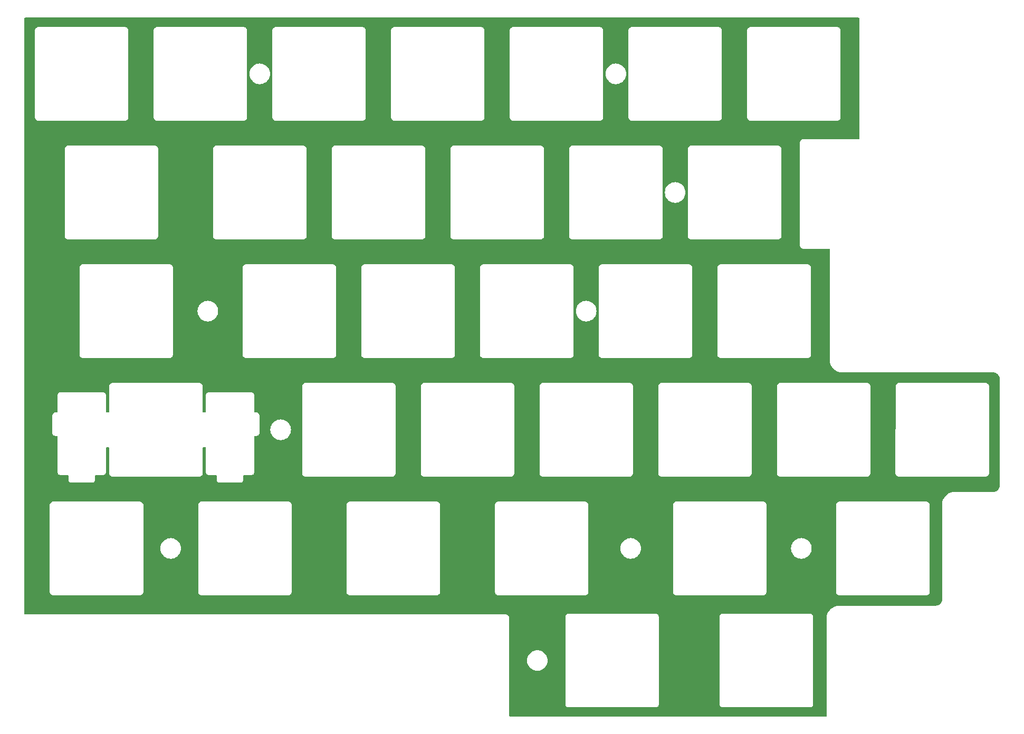
<source format=gbr>
%TF.GenerationSoftware,KiCad,Pcbnew,8.0.7*%
%TF.CreationDate,2025-05-09T14:20:51+02:00*%
%TF.ProjectId,plate6_sx,706c6174-6536-45f7-9378-2e6b69636164,rev?*%
%TF.SameCoordinates,Original*%
%TF.FileFunction,Copper,L2,Bot*%
%TF.FilePolarity,Positive*%
%FSLAX46Y46*%
G04 Gerber Fmt 4.6, Leading zero omitted, Abs format (unit mm)*
G04 Created by KiCad (PCBNEW 8.0.7) date 2025-05-09 14:20:51*
%MOMM*%
%LPD*%
G01*
G04 APERTURE LIST*
G04 APERTURE END LIST*
%TA.AperFunction,NonConductor*%
G36*
X173401889Y-31100185D02*
G01*
X173447644Y-31152989D01*
X173458850Y-31204500D01*
X173458850Y-50480700D01*
X173439165Y-50547739D01*
X173386361Y-50593494D01*
X173334850Y-50604700D01*
X164368458Y-50604700D01*
X164241162Y-50638808D01*
X164127036Y-50704700D01*
X164127033Y-50704702D01*
X164033852Y-50797883D01*
X164033850Y-50797886D01*
X163967958Y-50912012D01*
X163933850Y-51039308D01*
X163933850Y-67745791D01*
X163967958Y-67873087D01*
X164000904Y-67930150D01*
X164033850Y-67987214D01*
X164127036Y-68080400D01*
X164241164Y-68146292D01*
X164368458Y-68180400D01*
X168572850Y-68180400D01*
X168639889Y-68200085D01*
X168685644Y-68252889D01*
X168696850Y-68304400D01*
X168696850Y-86129563D01*
X168696900Y-86130323D01*
X168696900Y-86187010D01*
X168696901Y-86187027D01*
X168731128Y-86447011D01*
X168798997Y-86700305D01*
X168799002Y-86700321D01*
X168899342Y-86942566D01*
X168899345Y-86942573D01*
X168899348Y-86942579D01*
X169030462Y-87169681D01*
X169190097Y-87377727D01*
X169190101Y-87377731D01*
X169375514Y-87563152D01*
X169375524Y-87563162D01*
X169583546Y-87722788D01*
X169583552Y-87722792D01*
X169583561Y-87722799D01*
X169810659Y-87853922D01*
X170052929Y-87954280D01*
X170306225Y-88022159D01*
X170566214Y-88056395D01*
X170622392Y-88056396D01*
X170622430Y-88056400D01*
X170631456Y-88056400D01*
X170697330Y-88056400D01*
X170697331Y-88056400D01*
X170763223Y-88056402D01*
X170763226Y-88056400D01*
X170771846Y-88056401D01*
X170771875Y-88056400D01*
X194963414Y-88056400D01*
X194974224Y-88056871D01*
X195131583Y-88070644D01*
X195152867Y-88074398D01*
X195300194Y-88113878D01*
X195320505Y-88121271D01*
X195458734Y-88185732D01*
X195477452Y-88196539D01*
X195602392Y-88284026D01*
X195618950Y-88297920D01*
X195726801Y-88405775D01*
X195740694Y-88422333D01*
X195828175Y-88547272D01*
X195838982Y-88565991D01*
X195903440Y-88704226D01*
X195910832Y-88724536D01*
X195950308Y-88871864D01*
X195954061Y-88893150D01*
X195967876Y-89051059D01*
X195968348Y-89061866D01*
X195968348Y-106246615D01*
X195967876Y-106257427D01*
X195954103Y-106414790D01*
X195950349Y-106436074D01*
X195910868Y-106583406D01*
X195903475Y-106603716D01*
X195839014Y-106741948D01*
X195828207Y-106760666D01*
X195740715Y-106885615D01*
X195726822Y-106902172D01*
X195618971Y-107010023D01*
X195602414Y-107023916D01*
X195477465Y-107111408D01*
X195458747Y-107122215D01*
X195320515Y-107186676D01*
X195300205Y-107194069D01*
X195152874Y-107233549D01*
X195131590Y-107237303D01*
X194990740Y-107249630D01*
X194974201Y-107251078D01*
X194963391Y-107251550D01*
X188821075Y-107251550D01*
X188821046Y-107251548D01*
X188812423Y-107251548D01*
X188746538Y-107251549D01*
X188746530Y-107251550D01*
X188673075Y-107251550D01*
X188673037Y-107251552D01*
X188615414Y-107251553D01*
X188355424Y-107285789D01*
X188355416Y-107285791D01*
X188102127Y-107353666D01*
X188102111Y-107353672D01*
X187859861Y-107454020D01*
X187859844Y-107454028D01*
X187632767Y-107585135D01*
X187632750Y-107585146D01*
X187424714Y-107744780D01*
X187424704Y-107744789D01*
X187239289Y-107930203D01*
X187239282Y-107930211D01*
X187079650Y-108138244D01*
X187079635Y-108138267D01*
X186948527Y-108365346D01*
X186948519Y-108365363D01*
X186848167Y-108607624D01*
X186780290Y-108860919D01*
X186780288Y-108860929D01*
X186746053Y-109120916D01*
X186746052Y-109178539D01*
X186746050Y-109178577D01*
X186746050Y-109252032D01*
X186746048Y-109326548D01*
X186746050Y-109326577D01*
X186746050Y-124499798D01*
X186745578Y-124510607D01*
X186731807Y-124667979D01*
X186728053Y-124689265D01*
X186688572Y-124836601D01*
X186681179Y-124856912D01*
X186616714Y-124995153D01*
X186605907Y-125013872D01*
X186518412Y-125138823D01*
X186504518Y-125155380D01*
X186396655Y-125263240D01*
X186380096Y-125277134D01*
X186255143Y-125364623D01*
X186236424Y-125375430D01*
X186098179Y-125439891D01*
X186077869Y-125447283D01*
X185930530Y-125486760D01*
X185909242Y-125490513D01*
X185751297Y-125504327D01*
X185740491Y-125504799D01*
X185688572Y-125504798D01*
X185680587Y-125504798D01*
X185680586Y-125504798D01*
X185671963Y-125504798D01*
X185671935Y-125504800D01*
X170149987Y-125504800D01*
X170149252Y-125504846D01*
X170092331Y-125504846D01*
X170092330Y-125504846D01*
X170092326Y-125504846D01*
X169969650Y-125520994D01*
X169832322Y-125539070D01*
X169579000Y-125606941D01*
X169578992Y-125606944D01*
X169336723Y-125707289D01*
X169336707Y-125707297D01*
X169109610Y-125838406D01*
X169109601Y-125838412D01*
X168901542Y-125998055D01*
X168901540Y-125998057D01*
X168716099Y-126183492D01*
X168556449Y-126391546D01*
X168425322Y-126618659D01*
X168425319Y-126618664D01*
X168425317Y-126618670D01*
X168324962Y-126860939D01*
X168324959Y-126860948D01*
X168257083Y-127114253D01*
X168222850Y-127374255D01*
X168222850Y-127505389D01*
X168222849Y-127581266D01*
X168222850Y-127581279D01*
X168222850Y-143180450D01*
X168203165Y-143247489D01*
X168150361Y-143293244D01*
X168098850Y-143304450D01*
X117409850Y-143304450D01*
X117342811Y-143284765D01*
X117297056Y-143231961D01*
X117285850Y-143180450D01*
X117285850Y-134305561D01*
X120129746Y-134305561D01*
X120150128Y-134564551D01*
X120210777Y-134817171D01*
X120310193Y-135057184D01*
X120310195Y-135057188D01*
X120310196Y-135057189D01*
X120445938Y-135278701D01*
X120614661Y-135476250D01*
X120812210Y-135644973D01*
X121033722Y-135780715D01*
X121033724Y-135780715D01*
X121033726Y-135780717D01*
X121095043Y-135806115D01*
X121273740Y-135880134D01*
X121526356Y-135940782D01*
X121785350Y-135961165D01*
X122044344Y-135940782D01*
X122296960Y-135880134D01*
X122536978Y-135780715D01*
X122758490Y-135644973D01*
X122956039Y-135476250D01*
X123124762Y-135278701D01*
X123260504Y-135057189D01*
X123359923Y-134817171D01*
X123420571Y-134564555D01*
X123440954Y-134305561D01*
X123420571Y-134046567D01*
X123359923Y-133793951D01*
X123260504Y-133553933D01*
X123124762Y-133332421D01*
X122956039Y-133134872D01*
X122758490Y-132966149D01*
X122536978Y-132830407D01*
X122536977Y-132830406D01*
X122536973Y-132830404D01*
X122370977Y-132761647D01*
X122296960Y-132730988D01*
X122296961Y-132730988D01*
X122159271Y-132697931D01*
X122044344Y-132670340D01*
X122044342Y-132670339D01*
X122044341Y-132670339D01*
X121785350Y-132649957D01*
X121526359Y-132670339D01*
X121273739Y-132730988D01*
X121033726Y-132830404D01*
X120812209Y-132966149D01*
X120614661Y-133134872D01*
X120445938Y-133332420D01*
X120310193Y-133553937D01*
X120210777Y-133793950D01*
X120150128Y-134046570D01*
X120129746Y-134305561D01*
X117285850Y-134305561D01*
X117285850Y-127362605D01*
X117285850Y-127362603D01*
X117252910Y-127239669D01*
X126284850Y-127239669D01*
X126284850Y-141371452D01*
X126318958Y-141498748D01*
X126351904Y-141555811D01*
X126384850Y-141612875D01*
X126478036Y-141706061D01*
X126592164Y-141771953D01*
X126719458Y-141806061D01*
X126719460Y-141806061D01*
X140851240Y-141806061D01*
X140851242Y-141806061D01*
X140978536Y-141771953D01*
X141092664Y-141706061D01*
X141185850Y-141612875D01*
X141251742Y-141498747D01*
X141285850Y-141371453D01*
X141285850Y-127239669D01*
X151034850Y-127239669D01*
X151034850Y-141371452D01*
X151068958Y-141498748D01*
X151101904Y-141555811D01*
X151134850Y-141612875D01*
X151228036Y-141706061D01*
X151342164Y-141771953D01*
X151469458Y-141806061D01*
X151469460Y-141806061D01*
X165601240Y-141806061D01*
X165601242Y-141806061D01*
X165728536Y-141771953D01*
X165842664Y-141706061D01*
X165935850Y-141612875D01*
X166001742Y-141498747D01*
X166035850Y-141371453D01*
X166035850Y-127239669D01*
X166001742Y-127112375D01*
X165935850Y-126998247D01*
X165842664Y-126905061D01*
X165769622Y-126862890D01*
X165728537Y-126839169D01*
X165664889Y-126822115D01*
X165601242Y-126805061D01*
X151601242Y-126805061D01*
X151469458Y-126805061D01*
X151342162Y-126839169D01*
X151228036Y-126905061D01*
X151228033Y-126905063D01*
X151134852Y-126998244D01*
X151134850Y-126998247D01*
X151068958Y-127112373D01*
X151034850Y-127239669D01*
X141285850Y-127239669D01*
X141251742Y-127112375D01*
X141185850Y-126998247D01*
X141092664Y-126905061D01*
X141019622Y-126862890D01*
X140978537Y-126839169D01*
X140914889Y-126822115D01*
X140851242Y-126805061D01*
X126851242Y-126805061D01*
X126719458Y-126805061D01*
X126592162Y-126839169D01*
X126478036Y-126905061D01*
X126478033Y-126905063D01*
X126384852Y-126998244D01*
X126384850Y-126998247D01*
X126318958Y-127112373D01*
X126284850Y-127239669D01*
X117252910Y-127239669D01*
X117251742Y-127235309D01*
X117185850Y-127121181D01*
X117092664Y-127027995D01*
X117035600Y-126995049D01*
X116978537Y-126962103D01*
X116914889Y-126945049D01*
X116851242Y-126927995D01*
X116851241Y-126927995D01*
X39584500Y-126927995D01*
X39517461Y-126908310D01*
X39471706Y-126855506D01*
X39460500Y-126803995D01*
X39460500Y-109239660D01*
X43539699Y-109239660D01*
X43539699Y-123239660D01*
X43539699Y-123371444D01*
X43556753Y-123435091D01*
X43573807Y-123498739D01*
X43606753Y-123555802D01*
X43639699Y-123612866D01*
X43732885Y-123706052D01*
X43847013Y-123771944D01*
X43974307Y-123806052D01*
X43974309Y-123806052D01*
X58106089Y-123806052D01*
X58106091Y-123806052D01*
X58233385Y-123771944D01*
X58347513Y-123706052D01*
X58440699Y-123612866D01*
X58506591Y-123498738D01*
X58540699Y-123371444D01*
X58540699Y-116305552D01*
X61290680Y-116305552D01*
X61311062Y-116564542D01*
X61371711Y-116817162D01*
X61471127Y-117057175D01*
X61471129Y-117057179D01*
X61471130Y-117057180D01*
X61606872Y-117278692D01*
X61775595Y-117476241D01*
X61973144Y-117644964D01*
X62194656Y-117780706D01*
X62194658Y-117780706D01*
X62194660Y-117780708D01*
X62255977Y-117806106D01*
X62434674Y-117880125D01*
X62687290Y-117940773D01*
X62946284Y-117961156D01*
X63205278Y-117940773D01*
X63457894Y-117880125D01*
X63697912Y-117780706D01*
X63919424Y-117644964D01*
X64116973Y-117476241D01*
X64285696Y-117278692D01*
X64421438Y-117057180D01*
X64520857Y-116817162D01*
X64581505Y-116564546D01*
X64601888Y-116305552D01*
X64581505Y-116046558D01*
X64520857Y-115793942D01*
X64458163Y-115642587D01*
X64421440Y-115553928D01*
X64285701Y-115332421D01*
X64285696Y-115332412D01*
X64116973Y-115134863D01*
X63919424Y-114966140D01*
X63697912Y-114830398D01*
X63697911Y-114830397D01*
X63697907Y-114830395D01*
X63531911Y-114761638D01*
X63457894Y-114730979D01*
X63457895Y-114730979D01*
X63205315Y-114670340D01*
X63205278Y-114670331D01*
X63205276Y-114670330D01*
X63205275Y-114670330D01*
X62946284Y-114649948D01*
X62687293Y-114670330D01*
X62434673Y-114730979D01*
X62194660Y-114830395D01*
X61973143Y-114966140D01*
X61775595Y-115134863D01*
X61606872Y-115332411D01*
X61471127Y-115553928D01*
X61371711Y-115793941D01*
X61311062Y-116046561D01*
X61290680Y-116305552D01*
X58540699Y-116305552D01*
X58540699Y-109239660D01*
X67351869Y-109239660D01*
X67351869Y-123239660D01*
X67351869Y-123371444D01*
X67368923Y-123435091D01*
X67385977Y-123498739D01*
X67418923Y-123555802D01*
X67451869Y-123612866D01*
X67545055Y-123706052D01*
X67659183Y-123771944D01*
X67786477Y-123806052D01*
X67786479Y-123806052D01*
X81918259Y-123806052D01*
X81918261Y-123806052D01*
X82045555Y-123771944D01*
X82159683Y-123706052D01*
X82252869Y-123612866D01*
X82318761Y-123498738D01*
X82352869Y-123371444D01*
X82352869Y-109239660D01*
X91165942Y-109239660D01*
X91165942Y-123239660D01*
X91165942Y-123371444D01*
X91182996Y-123435091D01*
X91200050Y-123498739D01*
X91232996Y-123555802D01*
X91265942Y-123612866D01*
X91359128Y-123706052D01*
X91473256Y-123771944D01*
X91600550Y-123806052D01*
X105575885Y-123806059D01*
X105575889Y-123806061D01*
X105600550Y-123806061D01*
X105732332Y-123806061D01*
X105732334Y-123806061D01*
X105859628Y-123771953D01*
X105973756Y-123706061D01*
X106066942Y-123612875D01*
X106132834Y-123498747D01*
X106166942Y-123371453D01*
X106166942Y-123239669D01*
X106166942Y-109239669D01*
X114976950Y-109239669D01*
X114976950Y-123371452D01*
X115011058Y-123498748D01*
X115044004Y-123555811D01*
X115076950Y-123612875D01*
X115170136Y-123706061D01*
X115268971Y-123763124D01*
X115284246Y-123771943D01*
X115284264Y-123771953D01*
X115411558Y-123806061D01*
X115411560Y-123806061D01*
X129543340Y-123806061D01*
X129543342Y-123806061D01*
X129670636Y-123771953D01*
X129784764Y-123706061D01*
X129877950Y-123612875D01*
X129943842Y-123498747D01*
X129977950Y-123371453D01*
X129977950Y-116305561D01*
X135109396Y-116305561D01*
X135129778Y-116564551D01*
X135190427Y-116817171D01*
X135289843Y-117057184D01*
X135289845Y-117057188D01*
X135289846Y-117057189D01*
X135425588Y-117278701D01*
X135594311Y-117476250D01*
X135791860Y-117644973D01*
X136013372Y-117780715D01*
X136013374Y-117780715D01*
X136013376Y-117780717D01*
X136074693Y-117806115D01*
X136253390Y-117880134D01*
X136506006Y-117940782D01*
X136765000Y-117961165D01*
X137023994Y-117940782D01*
X137276610Y-117880134D01*
X137516628Y-117780715D01*
X137738140Y-117644973D01*
X137935689Y-117476250D01*
X138104412Y-117278701D01*
X138240154Y-117057189D01*
X138339573Y-116817171D01*
X138400221Y-116564555D01*
X138420604Y-116305561D01*
X138400221Y-116046567D01*
X138339573Y-115793951D01*
X138240154Y-115553933D01*
X138104412Y-115332421D01*
X137935689Y-115134872D01*
X137738140Y-114966149D01*
X137516628Y-114830407D01*
X137516627Y-114830406D01*
X137516623Y-114830404D01*
X137350627Y-114761647D01*
X137276610Y-114730988D01*
X137276611Y-114730988D01*
X137138921Y-114697931D01*
X137023994Y-114670340D01*
X137023992Y-114670339D01*
X137023991Y-114670339D01*
X136765000Y-114649957D01*
X136506009Y-114670339D01*
X136253389Y-114730988D01*
X136013376Y-114830404D01*
X135791859Y-114966149D01*
X135594311Y-115134872D01*
X135425588Y-115332420D01*
X135289843Y-115553937D01*
X135190427Y-115793950D01*
X135129778Y-116046570D01*
X135109396Y-116305561D01*
X129977950Y-116305561D01*
X129977950Y-109239669D01*
X143552050Y-109239669D01*
X143552050Y-123371452D01*
X143586158Y-123498748D01*
X143619104Y-123555811D01*
X143652050Y-123612875D01*
X143745236Y-123706061D01*
X143844071Y-123763124D01*
X143859346Y-123771943D01*
X143859364Y-123771953D01*
X143986658Y-123806061D01*
X143986660Y-123806061D01*
X158118440Y-123806061D01*
X158118442Y-123806061D01*
X158245736Y-123771953D01*
X158359864Y-123706061D01*
X158453050Y-123612875D01*
X158518942Y-123498747D01*
X158553050Y-123371453D01*
X158553050Y-116305561D01*
X162493946Y-116305561D01*
X162514328Y-116564551D01*
X162574977Y-116817171D01*
X162674393Y-117057184D01*
X162674395Y-117057188D01*
X162674396Y-117057189D01*
X162810138Y-117278701D01*
X162978861Y-117476250D01*
X163176410Y-117644973D01*
X163397922Y-117780715D01*
X163397924Y-117780715D01*
X163397926Y-117780717D01*
X163459243Y-117806115D01*
X163637940Y-117880134D01*
X163890556Y-117940782D01*
X164149550Y-117961165D01*
X164408544Y-117940782D01*
X164661160Y-117880134D01*
X164901178Y-117780715D01*
X165122690Y-117644973D01*
X165320239Y-117476250D01*
X165488962Y-117278701D01*
X165624704Y-117057189D01*
X165724123Y-116817171D01*
X165784771Y-116564555D01*
X165805154Y-116305561D01*
X165784771Y-116046567D01*
X165724123Y-115793951D01*
X165624704Y-115553933D01*
X165488962Y-115332421D01*
X165320239Y-115134872D01*
X165122690Y-114966149D01*
X164901178Y-114830407D01*
X164901177Y-114830406D01*
X164901173Y-114830404D01*
X164735177Y-114761647D01*
X164661160Y-114730988D01*
X164661161Y-114730988D01*
X164523471Y-114697931D01*
X164408544Y-114670340D01*
X164408542Y-114670339D01*
X164408541Y-114670339D01*
X164149550Y-114649957D01*
X163890559Y-114670339D01*
X163637939Y-114730988D01*
X163397926Y-114830404D01*
X163176409Y-114966149D01*
X162978861Y-115134872D01*
X162810138Y-115332420D01*
X162674393Y-115553937D01*
X162574977Y-115793950D01*
X162514328Y-116046570D01*
X162493946Y-116305561D01*
X158553050Y-116305561D01*
X158553050Y-109239669D01*
X169746050Y-109239669D01*
X169746050Y-123371452D01*
X169780158Y-123498748D01*
X169813104Y-123555811D01*
X169846050Y-123612875D01*
X169939236Y-123706061D01*
X170038071Y-123763124D01*
X170053346Y-123771943D01*
X170053364Y-123771953D01*
X170180658Y-123806061D01*
X170180660Y-123806061D01*
X184312440Y-123806061D01*
X184312442Y-123806061D01*
X184439736Y-123771953D01*
X184553864Y-123706061D01*
X184647050Y-123612875D01*
X184712942Y-123498747D01*
X184747050Y-123371453D01*
X184747050Y-109239669D01*
X184712942Y-109112375D01*
X184647050Y-108998247D01*
X184553864Y-108905061D01*
X184496800Y-108872115D01*
X184439737Y-108839169D01*
X184376089Y-108822115D01*
X184312442Y-108805061D01*
X170312442Y-108805061D01*
X170180658Y-108805061D01*
X170053362Y-108839169D01*
X169939236Y-108905061D01*
X169939233Y-108905063D01*
X169846052Y-108998244D01*
X169846050Y-108998247D01*
X169780158Y-109112373D01*
X169746050Y-109239669D01*
X158553050Y-109239669D01*
X158518942Y-109112375D01*
X158453050Y-108998247D01*
X158359864Y-108905061D01*
X158302800Y-108872115D01*
X158245737Y-108839169D01*
X158182089Y-108822115D01*
X158118442Y-108805061D01*
X144118442Y-108805061D01*
X143986658Y-108805061D01*
X143859362Y-108839169D01*
X143745236Y-108905061D01*
X143745233Y-108905063D01*
X143652052Y-108998244D01*
X143652050Y-108998247D01*
X143586158Y-109112373D01*
X143552050Y-109239669D01*
X129977950Y-109239669D01*
X129943842Y-109112375D01*
X129877950Y-108998247D01*
X129784764Y-108905061D01*
X129727700Y-108872115D01*
X129670637Y-108839169D01*
X129606989Y-108822115D01*
X129543342Y-108805061D01*
X115543342Y-108805061D01*
X115411558Y-108805061D01*
X115284262Y-108839169D01*
X115170136Y-108905061D01*
X115170133Y-108905063D01*
X115076952Y-108998244D01*
X115076950Y-108998247D01*
X115011058Y-109112373D01*
X114976950Y-109239669D01*
X106166942Y-109239669D01*
X106166942Y-109239660D01*
X106132834Y-109112366D01*
X106066942Y-108998238D01*
X105973756Y-108905052D01*
X105897316Y-108860919D01*
X105859629Y-108839160D01*
X105795981Y-108822106D01*
X105732334Y-108805052D01*
X91732334Y-108805052D01*
X91600550Y-108805052D01*
X91473254Y-108839160D01*
X91359128Y-108905052D01*
X91359125Y-108905054D01*
X91265944Y-108998235D01*
X91265942Y-108998238D01*
X91200050Y-109112364D01*
X91165942Y-109239660D01*
X82352869Y-109239660D01*
X82318761Y-109112366D01*
X82252869Y-108998238D01*
X82159683Y-108905052D01*
X82083243Y-108860919D01*
X82045556Y-108839160D01*
X81981908Y-108822106D01*
X81918261Y-108805052D01*
X67918261Y-108805052D01*
X67786477Y-108805052D01*
X67659181Y-108839160D01*
X67545055Y-108905052D01*
X67545052Y-108905054D01*
X67451871Y-108998235D01*
X67451869Y-108998238D01*
X67385977Y-109112364D01*
X67351869Y-109239660D01*
X58540699Y-109239660D01*
X58506591Y-109112366D01*
X58440699Y-108998238D01*
X58347513Y-108905052D01*
X58271073Y-108860919D01*
X58233386Y-108839160D01*
X58169738Y-108822106D01*
X58106091Y-108805052D01*
X44106091Y-108805052D01*
X43974307Y-108805052D01*
X43847011Y-108839160D01*
X43732885Y-108905052D01*
X43732882Y-108905054D01*
X43639701Y-108998235D01*
X43639699Y-108998238D01*
X43573807Y-109112364D01*
X43539699Y-109239660D01*
X39460500Y-109239660D01*
X39460500Y-94890508D01*
X43965180Y-94890508D01*
X43965180Y-97821191D01*
X43999288Y-97948487D01*
X44032234Y-98005550D01*
X44065180Y-98062614D01*
X44158366Y-98155800D01*
X44272494Y-98221692D01*
X44399788Y-98255800D01*
X44666650Y-98255800D01*
X44733689Y-98275485D01*
X44779444Y-98328289D01*
X44790650Y-98379800D01*
X44790650Y-104091091D01*
X44824758Y-104218387D01*
X44857704Y-104275450D01*
X44890650Y-104332514D01*
X44983836Y-104425700D01*
X45097964Y-104491592D01*
X45225258Y-104525700D01*
X46391940Y-104525700D01*
X46458979Y-104545385D01*
X46504734Y-104598189D01*
X46515940Y-104649700D01*
X46515940Y-105291291D01*
X46550048Y-105418587D01*
X46582994Y-105475650D01*
X46615940Y-105532714D01*
X46709126Y-105625900D01*
X46823254Y-105691792D01*
X46950548Y-105725900D01*
X46950550Y-105725900D01*
X50381340Y-105725900D01*
X50381342Y-105725900D01*
X50508636Y-105691792D01*
X50622764Y-105625900D01*
X50715950Y-105532714D01*
X50781842Y-105418586D01*
X50815950Y-105291292D01*
X50815950Y-104649700D01*
X50835635Y-104582661D01*
X50888439Y-104536906D01*
X50939950Y-104525700D01*
X52106640Y-104525700D01*
X52106642Y-104525700D01*
X52233936Y-104491592D01*
X52348064Y-104425700D01*
X52441250Y-104332514D01*
X52507142Y-104218386D01*
X52541250Y-104091092D01*
X52541250Y-100179300D01*
X52560935Y-100112261D01*
X52613739Y-100066506D01*
X52665250Y-100055300D01*
X52941750Y-100055300D01*
X53008789Y-100074985D01*
X53054544Y-100127789D01*
X53065750Y-100179300D01*
X53065750Y-104189308D01*
X53065750Y-104321092D01*
X53068811Y-104332516D01*
X53099858Y-104448387D01*
X53124802Y-104491591D01*
X53165750Y-104562514D01*
X53258936Y-104655700D01*
X53373064Y-104721592D01*
X53500358Y-104755700D01*
X53500360Y-104755700D01*
X67631640Y-104755700D01*
X67631642Y-104755700D01*
X67758936Y-104721592D01*
X67873064Y-104655700D01*
X67966250Y-104562514D01*
X68032142Y-104448386D01*
X68066250Y-104321092D01*
X68066250Y-100179300D01*
X68085935Y-100112261D01*
X68138739Y-100066506D01*
X68190250Y-100055300D01*
X68466750Y-100055300D01*
X68533789Y-100074985D01*
X68579544Y-100127789D01*
X68590750Y-100179300D01*
X68590750Y-104091091D01*
X68624858Y-104218387D01*
X68657804Y-104275450D01*
X68690750Y-104332514D01*
X68783936Y-104425700D01*
X68898064Y-104491592D01*
X69025358Y-104525700D01*
X70190650Y-104525700D01*
X70257689Y-104545385D01*
X70303444Y-104598189D01*
X70314650Y-104649700D01*
X70314650Y-105291291D01*
X70348758Y-105418587D01*
X70381704Y-105475650D01*
X70414650Y-105532714D01*
X70507836Y-105625900D01*
X70621964Y-105691792D01*
X70749258Y-105725900D01*
X70749260Y-105725900D01*
X74181440Y-105725900D01*
X74181442Y-105725900D01*
X74308736Y-105691792D01*
X74422864Y-105625900D01*
X74516050Y-105532714D01*
X74581942Y-105418586D01*
X74616050Y-105291292D01*
X74616050Y-104649700D01*
X74635735Y-104582661D01*
X74688539Y-104536906D01*
X74740050Y-104525700D01*
X75906640Y-104525700D01*
X75906642Y-104525700D01*
X76033936Y-104491592D01*
X76148064Y-104425700D01*
X76241250Y-104332514D01*
X76307142Y-104218386D01*
X76341250Y-104091092D01*
X76341250Y-98379800D01*
X76360935Y-98312761D01*
X76413739Y-98267006D01*
X76465250Y-98255800D01*
X76732140Y-98255800D01*
X76732142Y-98255800D01*
X76859436Y-98221692D01*
X76973564Y-98155800D01*
X77066750Y-98062614D01*
X77132642Y-97948486D01*
X77166750Y-97821192D01*
X77166750Y-97255550D01*
X78938796Y-97255550D01*
X78959178Y-97514540D01*
X79019827Y-97767160D01*
X79119243Y-98007173D01*
X79119245Y-98007177D01*
X79119246Y-98007178D01*
X79254988Y-98228690D01*
X79423711Y-98426239D01*
X79621260Y-98594962D01*
X79842772Y-98730704D01*
X79842774Y-98730704D01*
X79842776Y-98730706D01*
X79904093Y-98756104D01*
X80082790Y-98830123D01*
X80335406Y-98890771D01*
X80594400Y-98911154D01*
X80853394Y-98890771D01*
X81106010Y-98830123D01*
X81346028Y-98730704D01*
X81567540Y-98594962D01*
X81765089Y-98426239D01*
X81933812Y-98228690D01*
X82069554Y-98007178D01*
X82168973Y-97767160D01*
X82229621Y-97514544D01*
X82250004Y-97255550D01*
X82229621Y-96996556D01*
X82168973Y-96743940D01*
X82069554Y-96503922D01*
X81933812Y-96282410D01*
X81765089Y-96084861D01*
X81567540Y-95916138D01*
X81346028Y-95780396D01*
X81346027Y-95780395D01*
X81346023Y-95780393D01*
X81180027Y-95711636D01*
X81106010Y-95680977D01*
X81106011Y-95680977D01*
X80968321Y-95647920D01*
X80853394Y-95620329D01*
X80853392Y-95620328D01*
X80853391Y-95620328D01*
X80594400Y-95599946D01*
X80335409Y-95620328D01*
X80082789Y-95680977D01*
X79842776Y-95780393D01*
X79621259Y-95916138D01*
X79423711Y-96084861D01*
X79254988Y-96282409D01*
X79119243Y-96503926D01*
X79019827Y-96743939D01*
X78959178Y-96996559D01*
X78938796Y-97255550D01*
X77166750Y-97255550D01*
X77166750Y-94890508D01*
X77132642Y-94763214D01*
X77066750Y-94649086D01*
X76973564Y-94555900D01*
X76916500Y-94522954D01*
X76859437Y-94490008D01*
X76795789Y-94472954D01*
X76732142Y-94455900D01*
X76732141Y-94455900D01*
X76465250Y-94455900D01*
X76398211Y-94436215D01*
X76352456Y-94383411D01*
X76341250Y-94331900D01*
X76341250Y-91660410D01*
X76341250Y-91660408D01*
X76307142Y-91533114D01*
X76241250Y-91418986D01*
X76148064Y-91325800D01*
X76091000Y-91292854D01*
X76033937Y-91259908D01*
X75970289Y-91242854D01*
X75906642Y-91225800D01*
X69157142Y-91225800D01*
X69025358Y-91225800D01*
X68898062Y-91259908D01*
X68783936Y-91325800D01*
X68783933Y-91325802D01*
X68690752Y-91418983D01*
X68690750Y-91418986D01*
X68624858Y-91533112D01*
X68590750Y-91660408D01*
X68590750Y-94331900D01*
X68571065Y-94398939D01*
X68518261Y-94444694D01*
X68466750Y-94455900D01*
X68190250Y-94455900D01*
X68123211Y-94436215D01*
X68077456Y-94383411D01*
X68066250Y-94331900D01*
X68066250Y-90190010D01*
X68066250Y-90190008D01*
X84022050Y-90190008D01*
X84022050Y-104189308D01*
X84022050Y-104321092D01*
X84025111Y-104332516D01*
X84056158Y-104448387D01*
X84081102Y-104491591D01*
X84122050Y-104562514D01*
X84215236Y-104655700D01*
X84329364Y-104721592D01*
X84456658Y-104755700D01*
X84456660Y-104755700D01*
X98587740Y-104755700D01*
X98587742Y-104755700D01*
X98715036Y-104721592D01*
X98829164Y-104655700D01*
X98922350Y-104562514D01*
X98988242Y-104448386D01*
X99022350Y-104321092D01*
X99022350Y-90190008D01*
X103072050Y-90190008D01*
X103072050Y-104189308D01*
X103072050Y-104321092D01*
X103075111Y-104332516D01*
X103106158Y-104448387D01*
X103131102Y-104491591D01*
X103172050Y-104562514D01*
X103265236Y-104655700D01*
X103379364Y-104721592D01*
X103506658Y-104755700D01*
X103506660Y-104755700D01*
X117637740Y-104755700D01*
X117637742Y-104755700D01*
X117765036Y-104721592D01*
X117879164Y-104655700D01*
X117972350Y-104562514D01*
X118038242Y-104448386D01*
X118072350Y-104321092D01*
X118072350Y-90190008D01*
X122122050Y-90190008D01*
X122122050Y-104189308D01*
X122122050Y-104321092D01*
X122125111Y-104332516D01*
X122156158Y-104448387D01*
X122181102Y-104491591D01*
X122222050Y-104562514D01*
X122315236Y-104655700D01*
X122429364Y-104721592D01*
X122556658Y-104755700D01*
X122556660Y-104755700D01*
X136687740Y-104755700D01*
X136687742Y-104755700D01*
X136815036Y-104721592D01*
X136929164Y-104655700D01*
X137022350Y-104562514D01*
X137088242Y-104448386D01*
X137122350Y-104321092D01*
X137122350Y-90190008D01*
X141171850Y-90190008D01*
X141171850Y-104189308D01*
X141171850Y-104321092D01*
X141174911Y-104332516D01*
X141205958Y-104448387D01*
X141230902Y-104491591D01*
X141271850Y-104562514D01*
X141365036Y-104655700D01*
X141479164Y-104721592D01*
X141606458Y-104755700D01*
X141606460Y-104755700D01*
X155738240Y-104755700D01*
X155738242Y-104755700D01*
X155865536Y-104721592D01*
X155979664Y-104655700D01*
X156072850Y-104562514D01*
X156138742Y-104448386D01*
X156172850Y-104321092D01*
X156172850Y-90190008D01*
X160221850Y-90190008D01*
X160221850Y-104189308D01*
X160221850Y-104321092D01*
X160224911Y-104332516D01*
X160255958Y-104448387D01*
X160280902Y-104491591D01*
X160321850Y-104562514D01*
X160415036Y-104655700D01*
X160529164Y-104721592D01*
X160656458Y-104755700D01*
X160656460Y-104755700D01*
X174788240Y-104755700D01*
X174788242Y-104755700D01*
X174915536Y-104721592D01*
X175029664Y-104655700D01*
X175122850Y-104562514D01*
X175188742Y-104448386D01*
X175222681Y-104321722D01*
X179268339Y-104321722D01*
X179268339Y-104321727D01*
X179302429Y-104449022D01*
X179368303Y-104563155D01*
X179368308Y-104563162D01*
X179403326Y-104598189D01*
X179461478Y-104656357D01*
X179575597Y-104722265D01*
X179575603Y-104722266D01*
X179575604Y-104722267D01*
X179702883Y-104756390D01*
X179702887Y-104756391D01*
X193687753Y-104758329D01*
X193687759Y-104758331D01*
X193702186Y-104758332D01*
X193702187Y-104758333D01*
X193817650Y-104758347D01*
X193834979Y-104760631D01*
X193850059Y-104758765D01*
X193865576Y-104749887D01*
X193961269Y-104724261D01*
X193961272Y-104724259D01*
X193961273Y-104724259D01*
X193995140Y-104704711D01*
X194075406Y-104658385D01*
X194168605Y-104565212D01*
X194234513Y-104451093D01*
X194268639Y-104323803D01*
X194270599Y-90192720D01*
X194269873Y-90190010D01*
X194236508Y-90065419D01*
X194170634Y-89951286D01*
X194170629Y-89951279D01*
X194077461Y-89858086D01*
X194077460Y-89858085D01*
X193963341Y-89792177D01*
X193963338Y-89792176D01*
X193963333Y-89792174D01*
X193836054Y-89758051D01*
X193836049Y-89758050D01*
X179840634Y-89756109D01*
X179836752Y-89756109D01*
X179836751Y-89756109D01*
X179836749Y-89756108D01*
X179704967Y-89756091D01*
X179704962Y-89756091D01*
X179577667Y-89790181D01*
X179463534Y-89856055D01*
X179463527Y-89856060D01*
X179370334Y-89949228D01*
X179369210Y-89951175D01*
X179369207Y-89951179D01*
X179304427Y-90063343D01*
X179304422Y-90063356D01*
X179270299Y-90190635D01*
X179270298Y-90190640D01*
X179268357Y-104189939D01*
X179268339Y-104321722D01*
X175222681Y-104321722D01*
X175222850Y-104321092D01*
X175222850Y-90190008D01*
X175188742Y-90062714D01*
X175122850Y-89948586D01*
X175029664Y-89855400D01*
X174972600Y-89822454D01*
X174915537Y-89789508D01*
X174851889Y-89772454D01*
X174788242Y-89755400D01*
X160788242Y-89755400D01*
X160656458Y-89755400D01*
X160529162Y-89789508D01*
X160415036Y-89855400D01*
X160415033Y-89855402D01*
X160321852Y-89948583D01*
X160321850Y-89948586D01*
X160255958Y-90062712D01*
X160221850Y-90190008D01*
X156172850Y-90190008D01*
X156138742Y-90062714D01*
X156072850Y-89948586D01*
X155979664Y-89855400D01*
X155922600Y-89822454D01*
X155865537Y-89789508D01*
X155801889Y-89772454D01*
X155738242Y-89755400D01*
X141738242Y-89755400D01*
X141606458Y-89755400D01*
X141479162Y-89789508D01*
X141365036Y-89855400D01*
X141365033Y-89855402D01*
X141271852Y-89948583D01*
X141271850Y-89948586D01*
X141205958Y-90062712D01*
X141171850Y-90190008D01*
X137122350Y-90190008D01*
X137088242Y-90062714D01*
X137022350Y-89948586D01*
X136929164Y-89855400D01*
X136872100Y-89822454D01*
X136815037Y-89789508D01*
X136751389Y-89772454D01*
X136687742Y-89755400D01*
X122688442Y-89755400D01*
X122556658Y-89755400D01*
X122429362Y-89789508D01*
X122315236Y-89855400D01*
X122315233Y-89855402D01*
X122222052Y-89948583D01*
X122222050Y-89948586D01*
X122156158Y-90062712D01*
X122122050Y-90190008D01*
X118072350Y-90190008D01*
X118038242Y-90062714D01*
X117972350Y-89948586D01*
X117879164Y-89855400D01*
X117822100Y-89822454D01*
X117765037Y-89789508D01*
X117701389Y-89772454D01*
X117637742Y-89755400D01*
X103638442Y-89755400D01*
X103506658Y-89755400D01*
X103379362Y-89789508D01*
X103265236Y-89855400D01*
X103265233Y-89855402D01*
X103172052Y-89948583D01*
X103172050Y-89948586D01*
X103106158Y-90062712D01*
X103072050Y-90190008D01*
X99022350Y-90190008D01*
X98988242Y-90062714D01*
X98922350Y-89948586D01*
X98829164Y-89855400D01*
X98772100Y-89822454D01*
X98715037Y-89789508D01*
X98651389Y-89772454D01*
X98587742Y-89755400D01*
X84588442Y-89755400D01*
X84456658Y-89755400D01*
X84329362Y-89789508D01*
X84215236Y-89855400D01*
X84215233Y-89855402D01*
X84122052Y-89948583D01*
X84122050Y-89948586D01*
X84056158Y-90062712D01*
X84022050Y-90190008D01*
X68066250Y-90190008D01*
X68032142Y-90062714D01*
X67966250Y-89948586D01*
X67873064Y-89855400D01*
X67816000Y-89822454D01*
X67758937Y-89789508D01*
X67695289Y-89772454D01*
X67631642Y-89755400D01*
X53632142Y-89755400D01*
X53500358Y-89755400D01*
X53373062Y-89789508D01*
X53258936Y-89855400D01*
X53258933Y-89855402D01*
X53165752Y-89948583D01*
X53165750Y-89948586D01*
X53099858Y-90062712D01*
X53065750Y-90190008D01*
X53065750Y-94331900D01*
X53046065Y-94398939D01*
X52993261Y-94444694D01*
X52941750Y-94455900D01*
X52665250Y-94455900D01*
X52598211Y-94436215D01*
X52552456Y-94383411D01*
X52541250Y-94331900D01*
X52541250Y-91660410D01*
X52541250Y-91660408D01*
X52507142Y-91533114D01*
X52441250Y-91418986D01*
X52348064Y-91325800D01*
X52291000Y-91292854D01*
X52233937Y-91259908D01*
X52170289Y-91242854D01*
X52106642Y-91225800D01*
X45357042Y-91225800D01*
X45225258Y-91225800D01*
X45097962Y-91259908D01*
X44983836Y-91325800D01*
X44983833Y-91325802D01*
X44890652Y-91418983D01*
X44890650Y-91418986D01*
X44824758Y-91533112D01*
X44790650Y-91660408D01*
X44790650Y-94331900D01*
X44770965Y-94398939D01*
X44718161Y-94444694D01*
X44666650Y-94455900D01*
X44399788Y-94455900D01*
X44272492Y-94490008D01*
X44158366Y-94555900D01*
X44158363Y-94555902D01*
X44065182Y-94649083D01*
X44065180Y-94649086D01*
X43999288Y-94763212D01*
X43965180Y-94890508D01*
X39460500Y-94890508D01*
X39460500Y-71140008D01*
X48301880Y-71140008D01*
X48301880Y-85271091D01*
X48335988Y-85398387D01*
X48368934Y-85455450D01*
X48401880Y-85512514D01*
X48495066Y-85605700D01*
X48609194Y-85671592D01*
X48736488Y-85705700D01*
X48736490Y-85705700D01*
X62869140Y-85705700D01*
X62869142Y-85705700D01*
X62996436Y-85671592D01*
X63110564Y-85605700D01*
X63203750Y-85512514D01*
X63269642Y-85398386D01*
X63303750Y-85271092D01*
X63303750Y-78205550D01*
X67244796Y-78205550D01*
X67265178Y-78464540D01*
X67325827Y-78717160D01*
X67425243Y-78957173D01*
X67425245Y-78957177D01*
X67425246Y-78957178D01*
X67560988Y-79178690D01*
X67729711Y-79376239D01*
X67927260Y-79544962D01*
X68148772Y-79680704D01*
X68148774Y-79680704D01*
X68148776Y-79680706D01*
X68210093Y-79706104D01*
X68388790Y-79780123D01*
X68641406Y-79840771D01*
X68900400Y-79861154D01*
X69159394Y-79840771D01*
X69412010Y-79780123D01*
X69652028Y-79680704D01*
X69873540Y-79544962D01*
X70071089Y-79376239D01*
X70239812Y-79178690D01*
X70375554Y-78957178D01*
X70474973Y-78717160D01*
X70535621Y-78464544D01*
X70556004Y-78205550D01*
X70535621Y-77946556D01*
X70474973Y-77693940D01*
X70375554Y-77453922D01*
X70239812Y-77232410D01*
X70071089Y-77034861D01*
X69873540Y-76866138D01*
X69652028Y-76730396D01*
X69652027Y-76730395D01*
X69652023Y-76730393D01*
X69486027Y-76661636D01*
X69412010Y-76630977D01*
X69412011Y-76630977D01*
X69274321Y-76597920D01*
X69159394Y-76570329D01*
X69159392Y-76570328D01*
X69159391Y-76570328D01*
X68900400Y-76549946D01*
X68641409Y-76570328D01*
X68388789Y-76630977D01*
X68148776Y-76730393D01*
X67927259Y-76866138D01*
X67729711Y-77034861D01*
X67560988Y-77232409D01*
X67425243Y-77453926D01*
X67325827Y-77693939D01*
X67265178Y-77946559D01*
X67244796Y-78205550D01*
X63303750Y-78205550D01*
X63303750Y-71140008D01*
X74497050Y-71140008D01*
X74497050Y-85271091D01*
X74531158Y-85398387D01*
X74564104Y-85455450D01*
X74597050Y-85512514D01*
X74690236Y-85605700D01*
X74804364Y-85671592D01*
X74931658Y-85705700D01*
X74931660Y-85705700D01*
X89062740Y-85705700D01*
X89062742Y-85705700D01*
X89190036Y-85671592D01*
X89304164Y-85605700D01*
X89397350Y-85512514D01*
X89463242Y-85398386D01*
X89497350Y-85271092D01*
X89497350Y-71140008D01*
X93547050Y-71140008D01*
X93547050Y-85271091D01*
X93581158Y-85398387D01*
X93614104Y-85455450D01*
X93647050Y-85512514D01*
X93740236Y-85605700D01*
X93854364Y-85671592D01*
X93981658Y-85705700D01*
X93981660Y-85705700D01*
X108112740Y-85705700D01*
X108112742Y-85705700D01*
X108240036Y-85671592D01*
X108354164Y-85605700D01*
X108447350Y-85512514D01*
X108513242Y-85398386D01*
X108547350Y-85271092D01*
X108547350Y-71140008D01*
X112597050Y-71140008D01*
X112597050Y-85271091D01*
X112631158Y-85398387D01*
X112664104Y-85455450D01*
X112697050Y-85512514D01*
X112790236Y-85605700D01*
X112904364Y-85671592D01*
X113031658Y-85705700D01*
X113031660Y-85705700D01*
X127162740Y-85705700D01*
X127162742Y-85705700D01*
X127290036Y-85671592D01*
X127404164Y-85605700D01*
X127497350Y-85512514D01*
X127563242Y-85398386D01*
X127597350Y-85271092D01*
X127597350Y-78205550D01*
X127966596Y-78205550D01*
X127986978Y-78464540D01*
X128047627Y-78717160D01*
X128147043Y-78957173D01*
X128147045Y-78957177D01*
X128147046Y-78957178D01*
X128282788Y-79178690D01*
X128451511Y-79376239D01*
X128649060Y-79544962D01*
X128870572Y-79680704D01*
X128870574Y-79680704D01*
X128870576Y-79680706D01*
X128931893Y-79706104D01*
X129110590Y-79780123D01*
X129363206Y-79840771D01*
X129622200Y-79861154D01*
X129881194Y-79840771D01*
X130133810Y-79780123D01*
X130373828Y-79680704D01*
X130595340Y-79544962D01*
X130792889Y-79376239D01*
X130961612Y-79178690D01*
X131097354Y-78957178D01*
X131196773Y-78717160D01*
X131257421Y-78464544D01*
X131277804Y-78205550D01*
X131257421Y-77946556D01*
X131196773Y-77693940D01*
X131097354Y-77453922D01*
X130961612Y-77232410D01*
X130792889Y-77034861D01*
X130595340Y-76866138D01*
X130373828Y-76730396D01*
X130373827Y-76730395D01*
X130373823Y-76730393D01*
X130207827Y-76661636D01*
X130133810Y-76630977D01*
X130133811Y-76630977D01*
X129996121Y-76597920D01*
X129881194Y-76570329D01*
X129881192Y-76570328D01*
X129881191Y-76570328D01*
X129622200Y-76549946D01*
X129363209Y-76570328D01*
X129110589Y-76630977D01*
X128870576Y-76730393D01*
X128649059Y-76866138D01*
X128451511Y-77034861D01*
X128282788Y-77232409D01*
X128147043Y-77453926D01*
X128047627Y-77693939D01*
X127986978Y-77946559D01*
X127966596Y-78205550D01*
X127597350Y-78205550D01*
X127597350Y-71140008D01*
X131647050Y-71140008D01*
X131647050Y-85271091D01*
X131681158Y-85398387D01*
X131714104Y-85455450D01*
X131747050Y-85512514D01*
X131840236Y-85605700D01*
X131954364Y-85671592D01*
X132081658Y-85705700D01*
X132081660Y-85705700D01*
X146213240Y-85705700D01*
X146213242Y-85705700D01*
X146340536Y-85671592D01*
X146454664Y-85605700D01*
X146547850Y-85512514D01*
X146613742Y-85398386D01*
X146647850Y-85271092D01*
X146647850Y-71140008D01*
X150696850Y-71140008D01*
X150696850Y-85271091D01*
X150730958Y-85398387D01*
X150763904Y-85455450D01*
X150796850Y-85512514D01*
X150890036Y-85605700D01*
X151004164Y-85671592D01*
X151131458Y-85705700D01*
X151131460Y-85705700D01*
X165263240Y-85705700D01*
X165263242Y-85705700D01*
X165390536Y-85671592D01*
X165504664Y-85605700D01*
X165597850Y-85512514D01*
X165663742Y-85398386D01*
X165697850Y-85271092D01*
X165697850Y-71140008D01*
X165663742Y-71012714D01*
X165597850Y-70898586D01*
X165504664Y-70805400D01*
X165447600Y-70772454D01*
X165390537Y-70739508D01*
X165326889Y-70722454D01*
X165263242Y-70705400D01*
X151263242Y-70705400D01*
X151131458Y-70705400D01*
X151004162Y-70739508D01*
X150890036Y-70805400D01*
X150890033Y-70805402D01*
X150796852Y-70898583D01*
X150796850Y-70898586D01*
X150730958Y-71012712D01*
X150696850Y-71140008D01*
X146647850Y-71140008D01*
X146613742Y-71012714D01*
X146547850Y-70898586D01*
X146454664Y-70805400D01*
X146397600Y-70772454D01*
X146340537Y-70739508D01*
X146276889Y-70722454D01*
X146213242Y-70705400D01*
X132213442Y-70705400D01*
X132081658Y-70705400D01*
X131954362Y-70739508D01*
X131840236Y-70805400D01*
X131840233Y-70805402D01*
X131747052Y-70898583D01*
X131747050Y-70898586D01*
X131681158Y-71012712D01*
X131647050Y-71140008D01*
X127597350Y-71140008D01*
X127563242Y-71012714D01*
X127497350Y-70898586D01*
X127404164Y-70805400D01*
X127347100Y-70772454D01*
X127290037Y-70739508D01*
X127226389Y-70722454D01*
X127162742Y-70705400D01*
X113163442Y-70705400D01*
X113031658Y-70705400D01*
X112904362Y-70739508D01*
X112790236Y-70805400D01*
X112790233Y-70805402D01*
X112697052Y-70898583D01*
X112697050Y-70898586D01*
X112631158Y-71012712D01*
X112597050Y-71140008D01*
X108547350Y-71140008D01*
X108513242Y-71012714D01*
X108447350Y-70898586D01*
X108354164Y-70805400D01*
X108297100Y-70772454D01*
X108240037Y-70739508D01*
X108176389Y-70722454D01*
X108112742Y-70705400D01*
X94113442Y-70705400D01*
X93981658Y-70705400D01*
X93854362Y-70739508D01*
X93740236Y-70805400D01*
X93740233Y-70805402D01*
X93647052Y-70898583D01*
X93647050Y-70898586D01*
X93581158Y-71012712D01*
X93547050Y-71140008D01*
X89497350Y-71140008D01*
X89463242Y-71012714D01*
X89397350Y-70898586D01*
X89304164Y-70805400D01*
X89247100Y-70772454D01*
X89190037Y-70739508D01*
X89126389Y-70722454D01*
X89062742Y-70705400D01*
X75063442Y-70705400D01*
X74931658Y-70705400D01*
X74804362Y-70739508D01*
X74690236Y-70805400D01*
X74690233Y-70805402D01*
X74597052Y-70898583D01*
X74597050Y-70898586D01*
X74531158Y-71012712D01*
X74497050Y-71140008D01*
X63303750Y-71140008D01*
X63269642Y-71012714D01*
X63203750Y-70898586D01*
X63110564Y-70805400D01*
X63053500Y-70772454D01*
X62996437Y-70739508D01*
X62932789Y-70722454D01*
X62869142Y-70705400D01*
X48868272Y-70705400D01*
X48736488Y-70705400D01*
X48609192Y-70739508D01*
X48495066Y-70805400D01*
X48495063Y-70805402D01*
X48401882Y-70898583D01*
X48401880Y-70898586D01*
X48335988Y-71012712D01*
X48301880Y-71140008D01*
X39460500Y-71140008D01*
X39460500Y-52090008D01*
X45922010Y-52090008D01*
X45922010Y-66221091D01*
X45956118Y-66348387D01*
X45989064Y-66405450D01*
X46022010Y-66462514D01*
X46115196Y-66555700D01*
X46229324Y-66621592D01*
X46356618Y-66655700D01*
X46356620Y-66655700D01*
X60487940Y-66655700D01*
X60487942Y-66655700D01*
X60615236Y-66621592D01*
X60729364Y-66555700D01*
X60822550Y-66462514D01*
X60888442Y-66348386D01*
X60922550Y-66221092D01*
X60922550Y-52090008D01*
X69734550Y-52090008D01*
X69734550Y-66221091D01*
X69768658Y-66348387D01*
X69801604Y-66405450D01*
X69834550Y-66462514D01*
X69927736Y-66555700D01*
X70041864Y-66621592D01*
X70169158Y-66655700D01*
X70169160Y-66655700D01*
X84300240Y-66655700D01*
X84300242Y-66655700D01*
X84427536Y-66621592D01*
X84541664Y-66555700D01*
X84634850Y-66462514D01*
X84700742Y-66348386D01*
X84734850Y-66221092D01*
X84734850Y-52090008D01*
X88784550Y-52090008D01*
X88784550Y-66221091D01*
X88818658Y-66348387D01*
X88851604Y-66405450D01*
X88884550Y-66462514D01*
X88977736Y-66555700D01*
X89091864Y-66621592D01*
X89219158Y-66655700D01*
X89219160Y-66655700D01*
X103350240Y-66655700D01*
X103350242Y-66655700D01*
X103477536Y-66621592D01*
X103591664Y-66555700D01*
X103684850Y-66462514D01*
X103750742Y-66348386D01*
X103784850Y-66221092D01*
X103784850Y-52090008D01*
X107834550Y-52090008D01*
X107834550Y-66221091D01*
X107868658Y-66348387D01*
X107901604Y-66405450D01*
X107934550Y-66462514D01*
X108027736Y-66555700D01*
X108141864Y-66621592D01*
X108269158Y-66655700D01*
X108269160Y-66655700D01*
X122400240Y-66655700D01*
X122400242Y-66655700D01*
X122527536Y-66621592D01*
X122641664Y-66555700D01*
X122734850Y-66462514D01*
X122800742Y-66348386D01*
X122834850Y-66221092D01*
X122834850Y-52090008D01*
X126884550Y-52090008D01*
X126884550Y-66221091D01*
X126918658Y-66348387D01*
X126951604Y-66405450D01*
X126984550Y-66462514D01*
X127077736Y-66555700D01*
X127191864Y-66621592D01*
X127319158Y-66655700D01*
X127319160Y-66655700D01*
X141450240Y-66655700D01*
X141450242Y-66655700D01*
X141577536Y-66621592D01*
X141691664Y-66555700D01*
X141784850Y-66462514D01*
X141850742Y-66348386D01*
X141884850Y-66221092D01*
X141884850Y-59155550D01*
X142254246Y-59155550D01*
X142274628Y-59414540D01*
X142335277Y-59667160D01*
X142434693Y-59907173D01*
X142434695Y-59907177D01*
X142434696Y-59907178D01*
X142570438Y-60128690D01*
X142739161Y-60326239D01*
X142936710Y-60494962D01*
X143158222Y-60630704D01*
X143158224Y-60630704D01*
X143158226Y-60630706D01*
X143219543Y-60656104D01*
X143398240Y-60730123D01*
X143650856Y-60790771D01*
X143909850Y-60811154D01*
X144168844Y-60790771D01*
X144421460Y-60730123D01*
X144661478Y-60630704D01*
X144882990Y-60494962D01*
X145080539Y-60326239D01*
X145249262Y-60128690D01*
X145385004Y-59907178D01*
X145484423Y-59667160D01*
X145545071Y-59414544D01*
X145565454Y-59155550D01*
X145545071Y-58896556D01*
X145484423Y-58643940D01*
X145385004Y-58403922D01*
X145249262Y-58182410D01*
X145080539Y-57984861D01*
X144882990Y-57816138D01*
X144661478Y-57680396D01*
X144661477Y-57680395D01*
X144661473Y-57680393D01*
X144495477Y-57611636D01*
X144421460Y-57580977D01*
X144421461Y-57580977D01*
X144283771Y-57547920D01*
X144168844Y-57520329D01*
X144168842Y-57520328D01*
X144168841Y-57520328D01*
X143909850Y-57499946D01*
X143650859Y-57520328D01*
X143398239Y-57580977D01*
X143158226Y-57680393D01*
X142936709Y-57816138D01*
X142739161Y-57984861D01*
X142570438Y-58182409D01*
X142434693Y-58403926D01*
X142335277Y-58643939D01*
X142274628Y-58896559D01*
X142254246Y-59155550D01*
X141884850Y-59155550D01*
X141884850Y-52090008D01*
X145934850Y-52090008D01*
X145934850Y-66221091D01*
X145968958Y-66348387D01*
X146001904Y-66405450D01*
X146034850Y-66462514D01*
X146128036Y-66555700D01*
X146242164Y-66621592D01*
X146369458Y-66655700D01*
X146369460Y-66655700D01*
X160500240Y-66655700D01*
X160500242Y-66655700D01*
X160627536Y-66621592D01*
X160741664Y-66555700D01*
X160834850Y-66462514D01*
X160900742Y-66348386D01*
X160934850Y-66221092D01*
X160934850Y-52090008D01*
X160900742Y-51962714D01*
X160834850Y-51848586D01*
X160741664Y-51755400D01*
X160684600Y-51722454D01*
X160627537Y-51689508D01*
X160563889Y-51672454D01*
X160500242Y-51655400D01*
X146501242Y-51655400D01*
X146369458Y-51655400D01*
X146242162Y-51689508D01*
X146128036Y-51755400D01*
X146128033Y-51755402D01*
X146034852Y-51848583D01*
X146034850Y-51848586D01*
X145968958Y-51962712D01*
X145934850Y-52090008D01*
X141884850Y-52090008D01*
X141850742Y-51962714D01*
X141784850Y-51848586D01*
X141691664Y-51755400D01*
X141634600Y-51722454D01*
X141577537Y-51689508D01*
X141513889Y-51672454D01*
X141450242Y-51655400D01*
X127450942Y-51655400D01*
X127319158Y-51655400D01*
X127191862Y-51689508D01*
X127077736Y-51755400D01*
X127077733Y-51755402D01*
X126984552Y-51848583D01*
X126984550Y-51848586D01*
X126918658Y-51962712D01*
X126884550Y-52090008D01*
X122834850Y-52090008D01*
X122800742Y-51962714D01*
X122734850Y-51848586D01*
X122641664Y-51755400D01*
X122584600Y-51722454D01*
X122527537Y-51689508D01*
X122463889Y-51672454D01*
X122400242Y-51655400D01*
X108400942Y-51655400D01*
X108269158Y-51655400D01*
X108141862Y-51689508D01*
X108027736Y-51755400D01*
X108027733Y-51755402D01*
X107934552Y-51848583D01*
X107934550Y-51848586D01*
X107868658Y-51962712D01*
X107834550Y-52090008D01*
X103784850Y-52090008D01*
X103750742Y-51962714D01*
X103684850Y-51848586D01*
X103591664Y-51755400D01*
X103534600Y-51722454D01*
X103477537Y-51689508D01*
X103413889Y-51672454D01*
X103350242Y-51655400D01*
X89350942Y-51655400D01*
X89219158Y-51655400D01*
X89091862Y-51689508D01*
X88977736Y-51755400D01*
X88977733Y-51755402D01*
X88884552Y-51848583D01*
X88884550Y-51848586D01*
X88818658Y-51962712D01*
X88784550Y-52090008D01*
X84734850Y-52090008D01*
X84700742Y-51962714D01*
X84634850Y-51848586D01*
X84541664Y-51755400D01*
X84484600Y-51722454D01*
X84427537Y-51689508D01*
X84363889Y-51672454D01*
X84300242Y-51655400D01*
X70300942Y-51655400D01*
X70169158Y-51655400D01*
X70041862Y-51689508D01*
X69927736Y-51755400D01*
X69927733Y-51755402D01*
X69834552Y-51848583D01*
X69834550Y-51848586D01*
X69768658Y-51962712D01*
X69734550Y-52090008D01*
X60922550Y-52090008D01*
X60888442Y-51962714D01*
X60822550Y-51848586D01*
X60729364Y-51755400D01*
X60672300Y-51722454D01*
X60615237Y-51689508D01*
X60551589Y-51672454D01*
X60487942Y-51655400D01*
X46488402Y-51655400D01*
X46356618Y-51655400D01*
X46229322Y-51689508D01*
X46115196Y-51755400D01*
X46115193Y-51755402D01*
X46022012Y-51848583D01*
X46022010Y-51848586D01*
X45956118Y-51962712D01*
X45922010Y-52090008D01*
X39460500Y-52090008D01*
X39460500Y-33040108D01*
X41159500Y-33040108D01*
X41159500Y-47171091D01*
X41193608Y-47298387D01*
X41226554Y-47355450D01*
X41259500Y-47412514D01*
X41352686Y-47505700D01*
X41466814Y-47571592D01*
X41594108Y-47605700D01*
X41594110Y-47605700D01*
X55725440Y-47605700D01*
X55725442Y-47605700D01*
X55852736Y-47571592D01*
X55966864Y-47505700D01*
X56060050Y-47412514D01*
X56125942Y-47298386D01*
X56160050Y-47171092D01*
X56160050Y-33040108D01*
X60209550Y-33040108D01*
X60209550Y-47171091D01*
X60243658Y-47298387D01*
X60276604Y-47355450D01*
X60309550Y-47412514D01*
X60402736Y-47505700D01*
X60516864Y-47571592D01*
X60644158Y-47605700D01*
X60644160Y-47605700D01*
X74775240Y-47605700D01*
X74775242Y-47605700D01*
X74902536Y-47571592D01*
X75016664Y-47505700D01*
X75109850Y-47412514D01*
X75175742Y-47298386D01*
X75209850Y-47171092D01*
X75209850Y-40105600D01*
X75579096Y-40105600D01*
X75599478Y-40364590D01*
X75660127Y-40617210D01*
X75759543Y-40857223D01*
X75759545Y-40857227D01*
X75759546Y-40857228D01*
X75895288Y-41078740D01*
X76064011Y-41276289D01*
X76261560Y-41445012D01*
X76483072Y-41580754D01*
X76483074Y-41580754D01*
X76483076Y-41580756D01*
X76544393Y-41606154D01*
X76723090Y-41680173D01*
X76975706Y-41740821D01*
X77234700Y-41761204D01*
X77493694Y-41740821D01*
X77746310Y-41680173D01*
X77986328Y-41580754D01*
X78207840Y-41445012D01*
X78405389Y-41276289D01*
X78574112Y-41078740D01*
X78709854Y-40857228D01*
X78809273Y-40617210D01*
X78869921Y-40364594D01*
X78890304Y-40105600D01*
X78869921Y-39846606D01*
X78809273Y-39593990D01*
X78709854Y-39353972D01*
X78574112Y-39132460D01*
X78405389Y-38934911D01*
X78207840Y-38766188D01*
X77986328Y-38630446D01*
X77986327Y-38630445D01*
X77986323Y-38630443D01*
X77820327Y-38561686D01*
X77746310Y-38531027D01*
X77746311Y-38531027D01*
X77608621Y-38497970D01*
X77493694Y-38470379D01*
X77493692Y-38470378D01*
X77493691Y-38470378D01*
X77234700Y-38449996D01*
X76975709Y-38470378D01*
X76723089Y-38531027D01*
X76483076Y-38630443D01*
X76261559Y-38766188D01*
X76064011Y-38934911D01*
X75895288Y-39132459D01*
X75759543Y-39353976D01*
X75660127Y-39593989D01*
X75599478Y-39846609D01*
X75579096Y-40105600D01*
X75209850Y-40105600D01*
X75209850Y-33040108D01*
X79259550Y-33040108D01*
X79259550Y-47171091D01*
X79293658Y-47298387D01*
X79326604Y-47355450D01*
X79359550Y-47412514D01*
X79452736Y-47505700D01*
X79566864Y-47571592D01*
X79694158Y-47605700D01*
X79694160Y-47605700D01*
X93825240Y-47605700D01*
X93825242Y-47605700D01*
X93952536Y-47571592D01*
X94066664Y-47505700D01*
X94159850Y-47412514D01*
X94225742Y-47298386D01*
X94259850Y-47171092D01*
X94259850Y-33040108D01*
X98309550Y-33040108D01*
X98309550Y-47171091D01*
X98343658Y-47298387D01*
X98376604Y-47355450D01*
X98409550Y-47412514D01*
X98502736Y-47505700D01*
X98616864Y-47571592D01*
X98744158Y-47605700D01*
X98744160Y-47605700D01*
X112875240Y-47605700D01*
X112875242Y-47605700D01*
X113002536Y-47571592D01*
X113116664Y-47505700D01*
X113209850Y-47412514D01*
X113275742Y-47298386D01*
X113309850Y-47171092D01*
X113309850Y-33040108D01*
X117359550Y-33040108D01*
X117359550Y-47171091D01*
X117393658Y-47298387D01*
X117426604Y-47355450D01*
X117459550Y-47412514D01*
X117552736Y-47505700D01*
X117666864Y-47571592D01*
X117794158Y-47605700D01*
X117794160Y-47605700D01*
X131925240Y-47605700D01*
X131925242Y-47605700D01*
X132052536Y-47571592D01*
X132166664Y-47505700D01*
X132259850Y-47412514D01*
X132325742Y-47298386D01*
X132359850Y-47171092D01*
X132359850Y-40105600D01*
X132728396Y-40105600D01*
X132748778Y-40364590D01*
X132809427Y-40617210D01*
X132908843Y-40857223D01*
X132908845Y-40857227D01*
X132908846Y-40857228D01*
X133044588Y-41078740D01*
X133213311Y-41276289D01*
X133410860Y-41445012D01*
X133632372Y-41580754D01*
X133632374Y-41580754D01*
X133632376Y-41580756D01*
X133693693Y-41606154D01*
X133872390Y-41680173D01*
X134125006Y-41740821D01*
X134384000Y-41761204D01*
X134642994Y-41740821D01*
X134895610Y-41680173D01*
X135135628Y-41580754D01*
X135357140Y-41445012D01*
X135554689Y-41276289D01*
X135723412Y-41078740D01*
X135859154Y-40857228D01*
X135958573Y-40617210D01*
X136019221Y-40364594D01*
X136039604Y-40105600D01*
X136019221Y-39846606D01*
X135958573Y-39593990D01*
X135859154Y-39353972D01*
X135723412Y-39132460D01*
X135554689Y-38934911D01*
X135357140Y-38766188D01*
X135135628Y-38630446D01*
X135135627Y-38630445D01*
X135135623Y-38630443D01*
X134969627Y-38561686D01*
X134895610Y-38531027D01*
X134895611Y-38531027D01*
X134757921Y-38497970D01*
X134642994Y-38470379D01*
X134642992Y-38470378D01*
X134642991Y-38470378D01*
X134384000Y-38449996D01*
X134125009Y-38470378D01*
X133872389Y-38531027D01*
X133632376Y-38630443D01*
X133410859Y-38766188D01*
X133213311Y-38934911D01*
X133044588Y-39132459D01*
X132908843Y-39353976D01*
X132809427Y-39593989D01*
X132748778Y-39846609D01*
X132728396Y-40105600D01*
X132359850Y-40105600D01*
X132359850Y-33040108D01*
X136408150Y-33040108D01*
X136408150Y-47171091D01*
X136442258Y-47298387D01*
X136475204Y-47355450D01*
X136508150Y-47412514D01*
X136601336Y-47505700D01*
X136715464Y-47571592D01*
X136842758Y-47605700D01*
X136842760Y-47605700D01*
X150975240Y-47605700D01*
X150975242Y-47605700D01*
X151102536Y-47571592D01*
X151216664Y-47505700D01*
X151309850Y-47412514D01*
X151375742Y-47298386D01*
X151409850Y-47171092D01*
X151409850Y-33040108D01*
X155457850Y-33040108D01*
X155457850Y-47171091D01*
X155491958Y-47298387D01*
X155524904Y-47355450D01*
X155557850Y-47412514D01*
X155651036Y-47505700D01*
X155765164Y-47571592D01*
X155892458Y-47605700D01*
X155892460Y-47605700D01*
X170025240Y-47605700D01*
X170025242Y-47605700D01*
X170152536Y-47571592D01*
X170266664Y-47505700D01*
X170359850Y-47412514D01*
X170425742Y-47298386D01*
X170459850Y-47171092D01*
X170459850Y-33040108D01*
X170425742Y-32912814D01*
X170359850Y-32798686D01*
X170266664Y-32705500D01*
X170209600Y-32672554D01*
X170152537Y-32639608D01*
X170088889Y-32622554D01*
X170025242Y-32605500D01*
X156024242Y-32605500D01*
X155892458Y-32605500D01*
X155765162Y-32639608D01*
X155651036Y-32705500D01*
X155651033Y-32705502D01*
X155557852Y-32798683D01*
X155557850Y-32798686D01*
X155491958Y-32912812D01*
X155457850Y-33040108D01*
X151409850Y-33040108D01*
X151375742Y-32912814D01*
X151309850Y-32798686D01*
X151216664Y-32705500D01*
X151159600Y-32672554D01*
X151102537Y-32639608D01*
X151038889Y-32622554D01*
X150975242Y-32605500D01*
X136974542Y-32605500D01*
X136842758Y-32605500D01*
X136715462Y-32639608D01*
X136601336Y-32705500D01*
X136601333Y-32705502D01*
X136508152Y-32798683D01*
X136508150Y-32798686D01*
X136442258Y-32912812D01*
X136408150Y-33040108D01*
X132359850Y-33040108D01*
X132325742Y-32912814D01*
X132259850Y-32798686D01*
X132166664Y-32705500D01*
X132109600Y-32672554D01*
X132052537Y-32639608D01*
X131988889Y-32622554D01*
X131925242Y-32605500D01*
X117925942Y-32605500D01*
X117794158Y-32605500D01*
X117666862Y-32639608D01*
X117552736Y-32705500D01*
X117552733Y-32705502D01*
X117459552Y-32798683D01*
X117459550Y-32798686D01*
X117393658Y-32912812D01*
X117359550Y-33040108D01*
X113309850Y-33040108D01*
X113275742Y-32912814D01*
X113209850Y-32798686D01*
X113116664Y-32705500D01*
X113059600Y-32672554D01*
X113002537Y-32639608D01*
X112938889Y-32622554D01*
X112875242Y-32605500D01*
X98875942Y-32605500D01*
X98744158Y-32605500D01*
X98616862Y-32639608D01*
X98502736Y-32705500D01*
X98502733Y-32705502D01*
X98409552Y-32798683D01*
X98409550Y-32798686D01*
X98343658Y-32912812D01*
X98309550Y-33040108D01*
X94259850Y-33040108D01*
X94225742Y-32912814D01*
X94159850Y-32798686D01*
X94066664Y-32705500D01*
X94009600Y-32672554D01*
X93952537Y-32639608D01*
X93888889Y-32622554D01*
X93825242Y-32605500D01*
X79825942Y-32605500D01*
X79694158Y-32605500D01*
X79566862Y-32639608D01*
X79452736Y-32705500D01*
X79452733Y-32705502D01*
X79359552Y-32798683D01*
X79359550Y-32798686D01*
X79293658Y-32912812D01*
X79259550Y-33040108D01*
X75209850Y-33040108D01*
X75175742Y-32912814D01*
X75109850Y-32798686D01*
X75016664Y-32705500D01*
X74959600Y-32672554D01*
X74902537Y-32639608D01*
X74838889Y-32622554D01*
X74775242Y-32605500D01*
X60775942Y-32605500D01*
X60644158Y-32605500D01*
X60516862Y-32639608D01*
X60402736Y-32705500D01*
X60402733Y-32705502D01*
X60309552Y-32798683D01*
X60309550Y-32798686D01*
X60243658Y-32912812D01*
X60209550Y-33040108D01*
X56160050Y-33040108D01*
X56125942Y-32912814D01*
X56060050Y-32798686D01*
X55966864Y-32705500D01*
X55909800Y-32672554D01*
X55852737Y-32639608D01*
X55789089Y-32622554D01*
X55725442Y-32605500D01*
X41725892Y-32605500D01*
X41594108Y-32605500D01*
X41466812Y-32639608D01*
X41352686Y-32705500D01*
X41352683Y-32705502D01*
X41259502Y-32798683D01*
X41259500Y-32798686D01*
X41193608Y-32912812D01*
X41159500Y-33040108D01*
X39460500Y-33040108D01*
X39460500Y-31204500D01*
X39480185Y-31137461D01*
X39532989Y-31091706D01*
X39584500Y-31080500D01*
X173334850Y-31080500D01*
X173401889Y-31100185D01*
G37*
%TD.AperFunction*%
M02*

</source>
